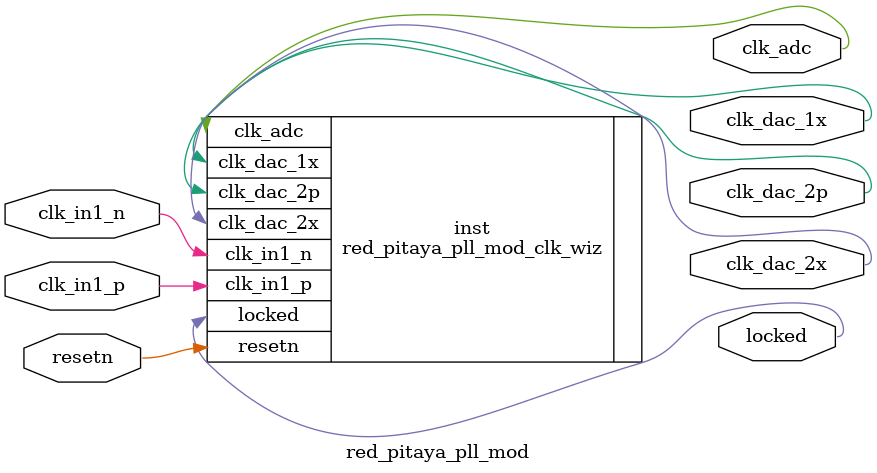
<source format=v>


`timescale 1ps/1ps

(* CORE_GENERATION_INFO = "red_pitaya_pll_mod,clk_wiz_v6_0_5_0_0,{component_name=red_pitaya_pll_mod,use_phase_alignment=true,use_min_o_jitter=false,use_max_i_jitter=false,use_dyn_phase_shift=false,use_inclk_switchover=false,use_dyn_reconfig=false,enable_axi=0,feedback_source=FDBK_AUTO,PRIMITIVE=PLL,num_out_clk=4,clkin1_period=8.000,clkin2_period=10.0,use_power_down=false,use_reset=true,use_locked=true,use_inclk_stopped=false,feedback_type=SINGLE,CLOCK_MGR_TYPE=NA,manual_override=false}" *)

module red_pitaya_pll_mod 
 (
  // Clock out ports
  output        clk_adc,
  output        clk_dac_1x,
  output        clk_dac_2x,
  output        clk_dac_2p,
  // Status and control signals
  input         resetn,
  output        locked,
 // Clock in ports
  input         clk_in1_p,
  input         clk_in1_n
 );

  red_pitaya_pll_mod_clk_wiz inst
  (
  // Clock out ports  
  .clk_adc(clk_adc),
  .clk_dac_1x(clk_dac_1x),
  .clk_dac_2x(clk_dac_2x),
  .clk_dac_2p(clk_dac_2p),
  // Status and control signals               
  .resetn(resetn), 
  .locked(locked),
 // Clock in ports
  .clk_in1_p(clk_in1_p),
  .clk_in1_n(clk_in1_n)
  );

endmodule

</source>
